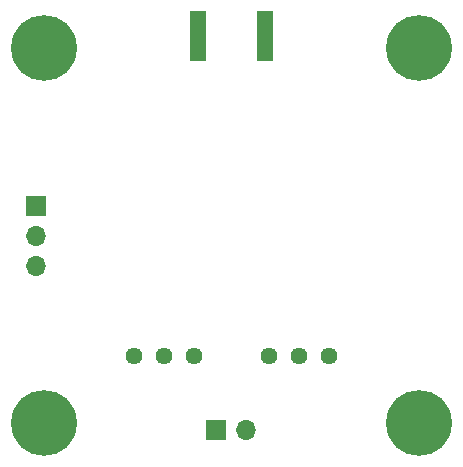
<source format=gbr>
%TF.GenerationSoftware,KiCad,Pcbnew,8.0.0*%
%TF.CreationDate,2024-06-21T14:03:25-04:00*%
%TF.ProjectId,GaN Gate Driver,47614e20-4761-4746-9520-447269766572,v1.0*%
%TF.SameCoordinates,Original*%
%TF.FileFunction,Soldermask,Bot*%
%TF.FilePolarity,Negative*%
%FSLAX46Y46*%
G04 Gerber Fmt 4.6, Leading zero omitted, Abs format (unit mm)*
G04 Created by KiCad (PCBNEW 8.0.0) date 2024-06-21 14:03:25*
%MOMM*%
%LPD*%
G01*
G04 APERTURE LIST*
%ADD10C,1.440000*%
%ADD11R,1.700000X1.700000*%
%ADD12O,1.700000X1.700000*%
%ADD13C,5.562600*%
%ADD14R,1.350000X4.200000*%
G04 APERTURE END LIST*
D10*
%TO.C,RV1*%
X78115000Y-54610000D03*
X75575000Y-54610000D03*
X73035000Y-54610000D03*
%TD*%
D11*
%TO.C,J2*%
X53340000Y-41910000D03*
D12*
X53340000Y-44450000D03*
X53340000Y-46990000D03*
%TD*%
D13*
%TO.C,H1*%
X53975000Y-28575000D03*
%TD*%
D14*
%TO.C,J1*%
X72675000Y-27522500D03*
X67025000Y-27522500D03*
%TD*%
D11*
%TO.C,J3*%
X68580000Y-60935000D03*
D12*
X71120000Y-60935000D03*
%TD*%
D13*
%TO.C,H4*%
X85725000Y-60325000D03*
%TD*%
%TO.C,H2*%
X85725000Y-28575000D03*
%TD*%
D10*
%TO.C,RV2*%
X66685000Y-54610000D03*
X64145000Y-54610000D03*
X61605000Y-54610000D03*
%TD*%
D13*
%TO.C,H3*%
X53975000Y-60325000D03*
%TD*%
M02*

</source>
